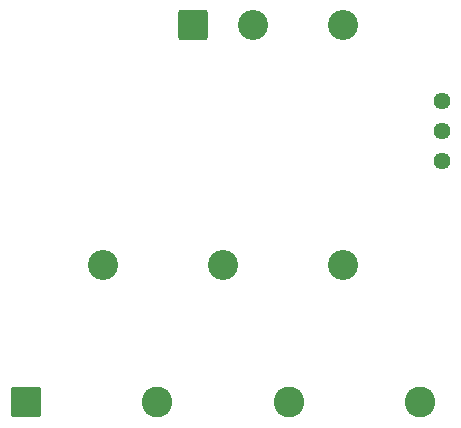
<source format=gbr>
%TF.GenerationSoftware,KiCad,Pcbnew,9.0.1*%
%TF.CreationDate,2025-03-30T19:31:05-07:00*%
%TF.ProjectId,12 to 5 with Trimmer,31322074-6f20-4352-9077-697468205472,rev?*%
%TF.SameCoordinates,Original*%
%TF.FileFunction,Copper,L2,Bot*%
%TF.FilePolarity,Positive*%
%FSLAX46Y46*%
G04 Gerber Fmt 4.6, Leading zero omitted, Abs format (unit mm)*
G04 Created by KiCad (PCBNEW 9.0.1) date 2025-03-30 19:31:05*
%MOMM*%
%LPD*%
G01*
G04 APERTURE LIST*
G04 Aperture macros list*
%AMRoundRect*
0 Rectangle with rounded corners*
0 $1 Rounding radius*
0 $2 $3 $4 $5 $6 $7 $8 $9 X,Y pos of 4 corners*
0 Add a 4 corners polygon primitive as box body*
4,1,4,$2,$3,$4,$5,$6,$7,$8,$9,$2,$3,0*
0 Add four circle primitives for the rounded corners*
1,1,$1+$1,$2,$3*
1,1,$1+$1,$4,$5*
1,1,$1+$1,$6,$7*
1,1,$1+$1,$8,$9*
0 Add four rect primitives between the rounded corners*
20,1,$1+$1,$2,$3,$4,$5,0*
20,1,$1+$1,$4,$5,$6,$7,0*
20,1,$1+$1,$6,$7,$8,$9,0*
20,1,$1+$1,$8,$9,$2,$3,0*%
G04 Aperture macros list end*
%TA.AperFunction,ComponentPad*%
%ADD10RoundRect,0.250000X-1.050000X-1.050000X1.050000X-1.050000X1.050000X1.050000X-1.050000X1.050000X0*%
%TD*%
%TA.AperFunction,ComponentPad*%
%ADD11C,2.600000*%
%TD*%
%TA.AperFunction,ComponentPad*%
%ADD12RoundRect,0.249999X1.025001X1.025001X-1.025001X1.025001X-1.025001X-1.025001X1.025001X-1.025001X0*%
%TD*%
%TA.AperFunction,ComponentPad*%
%ADD13C,2.550000*%
%TD*%
%TA.AperFunction,ComponentPad*%
%ADD14C,1.440000*%
%TD*%
G04 APERTURE END LIST*
D10*
%TO.P,J1,1,Pin_1*%
%TO.N,VIN*%
X119300000Y-86500000D03*
D11*
%TO.P,J1,2,Pin_2*%
%TO.N,V-*%
X130400000Y-86500000D03*
%TO.P,J1,3,Pin_3*%
%TO.N,VOUT-*%
X141500000Y-86500000D03*
%TO.P,J1,4,Pin_4*%
%TO.N,VOUT*%
X152600000Y-86500000D03*
%TD*%
D12*
%TO.P,U1,1,Vin*%
%TO.N,VIN*%
X133430000Y-54515000D03*
D13*
%TO.P,U1,2,GND*%
%TO.N,V-*%
X138520000Y-54515000D03*
%TO.P,U1,3,Vout*%
%TO.N,VOUT*%
X125820000Y-74825000D03*
%TO.P,U1,4,Trim*%
%TO.N,Net-(U1-Trim)*%
X135980000Y-74825000D03*
%TO.P,U1,5,-Vout*%
%TO.N,VOUT-*%
X146140000Y-74825000D03*
%TO.P,U1,6,R.C*%
%TO.N,unconnected-(U1-R.C-Pad6)*%
X146140000Y-54515000D03*
%TD*%
D14*
%TO.P,RV1,1,1*%
%TO.N,Net-(U1-Trim)*%
X154495000Y-60960000D03*
%TO.P,RV1,2,2*%
%TO.N,VOUT-*%
X154495000Y-63500000D03*
%TO.P,RV1,3,3*%
%TO.N,unconnected-(RV1-Pad3)*%
X154495000Y-66040000D03*
%TD*%
M02*

</source>
